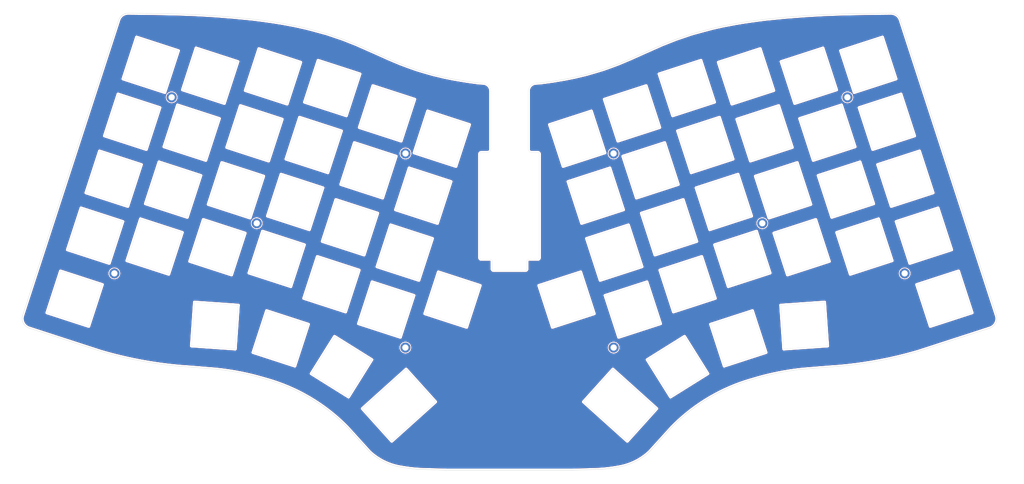
<source format=kicad_pcb>
(kicad_pcb (version 20211014) (generator pcbnew)
  (layers (0 "F.Cu" signal) (31 "B.Cu" signal) (34 "B.Paste" user) (35 "F.Paste" user) (36 "B.SilkS" user "B.Silkscreen") (37 "F.SilkS" user "F.Silkscreen") (38 "B.Mask" user) (39 "F.Mask" user) (44 "Edge.Cuts" user))
  (net 0 "")
  (footprint "" (layer "F.Cu") (at 344.943026 140.086066 18)
    (fp_text reference "" (at 0 0 18) (layer "F.SilkS") (effects (font (size 1.27 1.27))))
    (fp_text value "" (at 0 0 18) (layer "F.SilkS") (effects (font (size 1.27 1.27))))
    (pad "" thru_hole circle locked (at 0 0 306) (size 3.2 3.2) (drill 2) (layers *.Cu *.Mask "Dwgs.User") (clearance 0.3))
  )
  (footprint "" (layer "F.Cu") (at 299.700822 124.139077 18)
    (fp_text reference "" (at 0 0 18) (layer "F.SilkS") (effects (font (size 1.27 1.27))))
    (fp_text value "" (at 0 0 18) (layer "F.SilkS") (effects (font (size 1.27 1.27))))
    (pad "" thru_hole circle locked (at 0 0 306) (size 3.2 3.2) (drill 2) (layers *.Cu *.Mask "Dwgs.User") (clearance 0.3))
  )
  (footprint "" (layer "F.Cu") (at 252.427868 101.942074 18)
    (fp_text reference "" (at 0 0 18) (layer "F.SilkS") (effects (font (size 1.27 1.27))))
    (fp_text value "" (at 0 0 18) (layer "F.SilkS") (effects (font (size 1.27 1.27))))
    (pad "" thru_hole circle locked (at 0 0 306) (size 3.2 3.2) (drill 2) (layers *.Cu *.Mask "Dwgs.User") (clearance 0.3))
  )
  (footprint "" (layer "F.Cu") (at 252.461127 163.69153 18)
    (fp_text reference "" (at 0 0 18) (layer "F.SilkS") (effects (font (size 1.27 1.27))))
    (fp_text value "" (at 0 0 18) (layer "F.SilkS") (effects (font (size 1.27 1.27))))
    (pad "" thru_hole circle locked (at 0 0 306) (size 3.2 3.2) (drill 2) (layers *.Cu *.Mask "Dwgs.User") (clearance 0.3))
  )
  (footprint "" (layer "F.Cu") (at 326.743082 84.072406 18)
    (fp_text reference "" (at 0 0 18) (layer "F.SilkS") (effects (font (size 1.27 1.27))))
    (fp_text value "" (at 0 0 18) (layer "F.SilkS") (effects (font (size 1.27 1.27))))
    (pad "" thru_hole circle locked (at 0 0 306) (size 3.2 3.2) (drill 2) (layers *.Cu *.Mask "Dwgs.User") (clearance 0.3))
  )
  (footprint "" (layer "B.Cu") (at 139.034094 124.139077 162)
    (fp_text reference "" (at 0 0 162) (layer "B.SilkS") (effects (font (size 1.27 1.27)) (justify mirror)))
    (fp_text value "" (at 0 0 162) (layer "B.SilkS") (effects (font (size 1.27 1.27)) (justify mirror)))
    (pad "" thru_hole circle locked (at 0 0 90) (size 3.2 3.2) (drill 2) (layers *.Cu *.Mask "Dwgs.User") (clearance 0.3))
  )
  (footprint "" (layer "B.Cu") (at 186.273789 163.69153 162)
    (fp_text reference "" (at 0 0 162) (layer "B.SilkS") (effects (font (size 1.27 1.27)) (justify mirror)))
    (fp_text value "" (at 0 0 162) (layer "B.SilkS") (effects (font (size 1.27 1.27)) (justify mirror)))
    (pad "" thru_hole circle locked (at 0 0 90) (size 3.2 3.2) (drill 2) (layers *.Cu *.Mask "Dwgs.User") (clearance 0.3))
  )
  (footprint "" (layer "B.Cu") (at 111.991834 84.072406 162)
    (fp_text reference "" (at 0 0 162) (layer "B.SilkS") (effects (font (size 1.27 1.27)) (justify mirror)))
    (fp_text value "" (at 0 0 162) (layer "B.SilkS") (effects (font (size 1.27 1.27)) (justify mirror)))
    (pad "" thru_hole circle locked (at 0 0 90) (size 3.2 3.2) (drill 2) (layers *.Cu *.Mask "Dwgs.User") (clearance 0.3))
  )
  (footprint "" (layer "B.Cu") (at 186.307048 101.942074 162)
    (fp_text reference "" (at 0 0 162) (layer "B.SilkS") (effects (font (size 1.27 1.27)) (justify mirror)))
    (fp_text value "" (at 0 0 162) (layer "B.SilkS") (effects (font (size 1.27 1.27)) (justify mirror)))
    (pad "" thru_hole circle locked (at 0 0 90) (size 3.2 3.2) (drill 2) (layers *.Cu *.Mask "Dwgs.User") (clearance 0.3))
  )
  (footprint "" (layer "B.Cu") (at 93.79189 140.086066 162)
    (fp_text reference "" (at 0 0 162) (layer "B.SilkS") (effects (font (size 1.27 1.27)) (justify mirror)))
    (fp_text value "" (at 0 0 162) (layer "B.SilkS") (effects (font (size 1.27 1.27)) (justify mirror)))
    (pad "" thru_hole circle locked (at 0 0 90) (size 3.2 3.2) (drill 2) (layers *.Cu *.Mask "Dwgs.User") (clearance 0.3))
  )
  (gr_line (start 137.835718 165.255013) (end 151.150509 169.581252) (layer "Edge.Cuts") (width 0.05))
  (gr_line (start 171.365761 156.092523) (end 184.680552 160.418762) (layer "Edge.Cuts") (width 0.05))
  (gr_line (start 272.323562 65.617683) (end 277.344308 63.908554) (layer "Edge.Cuts") (width 0.099999))
  (gr_line (start 115.418801 81.696356) (end 128.733592 86.022595) (layer "Edge.Cuts") (width 0.05))
  (gr_line (start 121.286281 108.943057) (end 107.971489 104.616817) (layer "Edge.Cuts") (width 0.05))
  (gr_line (start 265.577282 134.240742) (end 278.892073 129.914503) (layer "Edge.Cuts") (width 0.05))
  (gr_line (start 171.597099 139.043575) (end 158.282307 134.717335) (layer "Edge.Cuts") (width 0.05))
  (gr_line (start 119.549357 57.799238) (end 125.509688 58.144874) (layer "Edge.Cuts") (width 0.099999))
  (gr_line (start 199.307797 202.675942) (end 191.179794 202.421941) (layer "Edge.Cuts") (width 0.1))
  (gr_line (start 96.496981 123.589589) (end 83.182189 119.263349) (layer "Edge.Cuts") (width 0.05))
  (gr_line (start 300.937768 59.230864) (end 307.142621 58.622085) (layer "Edge.Cuts") (width 0.099999))
  (gr_line (start 226.367458 101.601893) (end 228.367458 101.601893) (layer "Edge.Cuts") (width 0.05))
  (gr_line (start 168.540976 66.458284) (end 170.6706 67.298888) (layer "Edge.Cuts") (width 0.099999))
  (gr_line (start 213.367458 82.101893) (end 213.367458 100.601893) (layer "Edge.Cuts") (width 0.05))
  (gr_line (start 111.073272 140.375474) (end 115.399509 127.060682) (layer "Edge.Cuts") (width 0.05))
  (gr_line (start 186.514455 170.542133) (end 195.882283 180.946161) (layer "Edge.Cuts") (width 0.05))
  (gr_line (start 266.163716 183.096694) (end 256.795888 193.500722) (layer "Edge.Cuts") (width 0.05))
  (gr_line (start 85.653823 156.953835) (end 89.98006 143.639043) (layer "Edge.Cuts") (width 0.05))
  (gr_line (start 341.408118 57.438745) (end 341.814519 57.591149) (layer "Edge.Cuts") (width 0.099999))
  (gr_line (start 71.463224 159.01361) (end 89.580851 164.900387) (layer "Edge.Cuts") (width 0.1))
  (gr_line (start 183.370646 102.80832) (end 170.055854 98.48208) (layer "Edge.Cuts") (width 0.05))
  (gr_line (start 297.863824 126.656446) (end 284.549032 130.982686) (layer "Edge.Cuts") (width 0.05))
  (gr_arc (start 228.367458 101.601893) (mid 228.721016 101.748335) (end 228.867458 102.101893) (layer "Edge.Cuts") (width 0.05))
  (gr_line (start 108.270528 87.354334) (end 94.955736 83.028094) (layer "Edge.Cuts") (width 0.05))
  (gr_line (start 66.735901 157.477611) (end 71.463224 159.01361) (layer "Edge.Cuts") (width 0.1))
  (gr_line (start 305.531385 150.191612) (end 319.497282 149.215021) (layer "Edge.Cuts") (width 0.05))
  (gr_line (start 102.383753 105.471964) (end 89.068961 101.145724) (layer "Edge.Cuts") (width 0.05))
  (gr_line (start 95.447221 58.911945) (end 95.650376 58.607143) (layer "Edge.Cuts") (width 0.099999))
  (gr_line (start 274.983543 160.117208) (end 282.402413 171.989882) (layer "Edge.Cuts") (width 0.05))
  (gr_line (start 257.156147 124.660105) (end 243.841355 128.986345) (layer "Edge.Cuts") (width 0.05))
  (gr_line (start 83.182189 119.263349) (end 78.855953 132.578142) (layer "Edge.Cuts") (width 0.05))
  (gr_arc (start 349.154065 164.900387) (mid 336.541435 167.91698) (end 323.690653 169.659293) (layer "Edge.Cuts") (width 0.1))
  (gr_line (start 125.509688 58.144874) (end 131.592295 58.622085) (layer "Edge.Cuts") (width 0.099999))
  (gr_line (start 325.023616 57.585163) (end 333.150802 57.414237) (layer "Edge.Cuts") (width 0.099999))
  (gr_line (start 122.047053 122.943787) (end 117.720817 136.25858) (layer "Edge.Cuts") (width 0.05))
  (gr_line (start 313.225228 58.144874) (end 319.185559 57.799238) (layer "Edge.Cuts") (width 0.099999))
  (gr_line (start 267.137817 139.043575) (end 271.464054 152.358367) (layer "Edge.Cuts") (width 0.05))
  (gr_line (start 113.7113 57.585163) (end 119.549357 57.799238) (layer "Edge.Cuts") (width 0.099999))
  (gr_line (start 366.395884 152.627596) (end 362.069648 139.312803) (layer "Edge.Cuts") (width 0.05))
  (gr_line (start 158.282307 134.717335) (end 153.956071 148.032128) (layer "Edge.Cuts") (width 0.05))
  (gr_line (start 300.899198 165.255013) (end 296.572962 151.94022) (layer "Edge.Cuts") (width 0.05))
  (gr_line (start 304.914316 86.708532) (end 291.599524 91.034772) (layer "Edge.Cuts") (width 0.05))
  (gr_line (start 272.775485 94.747431) (end 277.101722 108.062223) (layer "Edge.Cuts") (width 0.05))
  (gr_line (start 148.318403 103.735984) (end 161.633194 108.062223) (layer "Edge.Cuts") (width 0.05))
  (gr_line (start 236.394044 106.065883) (end 249.708835 101.739644) (layer "Edge.Cuts") (width 0.05))
  (gr_line (start 90.6295 96.342887) (end 103.944291 100.669126) (layer "Edge.Cuts") (width 0.05))
  (gr_line (start 237.95458 110.868715) (end 242.280817 124.183507) (layer "Edge.Cuts") (width 0.05))
  (gr_line (start 299.027543 68.590908) (end 285.712751 72.917148) (layer "Edge.Cuts") (width 0.05))
  (gr_line (start 209.867458 135.105893) (end 209.867458 102.101893) (layer "Edge.Cuts") (width 0.05))
  (gr_line (start 161.633194 108.062223) (end 165.959431 94.747431) (layer "Edge.Cuts") (width 0.05))
  (gr_line (start 317.448635 108.943057) (end 321.774872 122.257849) (layer "Edge.Cuts") (width 0.05))
  (gr_line (start 284.52974 85.61836) (end 280.203504 72.303567) (layer "Edge.Cuts") (width 0.05))
  (gr_line (start 167.519967 89.944599) (end 171.846204 76.629807) (layer "Edge.Cuts") (width 0.05))
  (gr_line (start 342.237935 123.589589) (end 346.564172 136.904381) (layer "Edge.Cuts") (width 0.05))
  (gr_line (start 330.763427 104.616817) (end 317.448635 108.943057) (layer "Edge.Cuts") (width 0.05))
  (gr_line (start 295.925761 104.349564) (end 309.240552 100.023325) (layer "Edge.Cuts") (width 0.05))
  (gr_line (start 311.56186 90.825427) (end 315.888097 104.140219) (layer "Edge.Cuts") (width 0.05))
  (gr_line (start 153.956071 148.032128) (end 167.270862 152.358367) (layer "Edge.Cuts") (width 0.05))
  (gr_line (start 246.777352 75.958731) (end 249.165457 75.235741) (layer "Edge.Cuts") (width 0.099999))
  (gr_line (start 147.135392 91.034772) (end 133.8206 86.708532) (layer "Edge.Cuts") (width 0.05))
  (gr_line (start 323.335407 127.060682) (end 327.661644 140.375474) (layer "Edge.Cuts") (width 0.05))
  (gr_line (start 257.810883 71.868678) (end 261.81165 70.069869) (layer "Edge.Cuts") (width 0.099999))
  (gr_line (start 297.486299 109.152402) (end 301.812536 122.467194) (layer "Edge.Cuts") (width 0.05))
  (gr_line (start 306.507976 164.157509) (end 305.531385 150.191612) (layer "Edge.Cuts") (width 0.05))
  (gr_line (start 251.269372 106.542475) (end 237.95458 110.868715) (layer "Edge.Cuts") (width 0.05))
  (gr_line (start 290.416513 103.735984) (end 286.090277 90.421191) (layer "Edge.Cuts") (width 0.05))
  (gr_line (start 328.903852 82.551502) (end 342.218643 78.225263) (layer "Edge.Cuts") (width 0.05))
  (gr_line (start 140.871092 126.656446) (end 136.544856 139.971239) (layer "Edge.Cuts") (width 0.05))
  (gr_line (start 327.661644 140.375474) (end 340.976435 136.049235) (layer "Edge.Cuts") (width 0.05))
  (gr_line (start 127.933825 104.826162) (end 123.607589 118.140955) (layer "Edge.Cuts") (width 0.05))
  (gr_line (start 342.220924 57.794343) (end 342.576546 58.048343) (layer "Edge.Cuts") (width 0.099999))
  (gr_line (start 298.154948 59.587078) (end 300.937768 59.230864) (layer "Edge.Cuts") (width 0.099999))
  (gr_line (start 107.971489 104.616817) (end 103.645253 117.93161) (layer "Edge.Cuts") (width 0.05))
  (gr_line (start 192.426774 152.920484) (end 205.741565 157.246723) (layer "Edge.Cuts") (width 0.05))
  (gr_line (start 147.278544 60.595215) (end 151.44344 61.383359) (layer "Edge.Cuts") (width 0.099999))
  (gr_line (start 175.691997 142.77773) (end 171.365761 156.092523) (layer "Edge.Cuts") (width 0.05))
  (gr_line (start 252.220461 170.542133) (end 266.163716 183.096694) (layer "Edge.Cuts") (width 0.05))
  (gr_line (start 131.592295 58.622085) (end 137.797148 59.230864) (layer "Edge.Cuts") (width 0.099999))
  (gr_line (start 205.741565 157.246723) (end 210.067802 143.931931) (layer "Edge.Cuts") (width 0.05))
  (gr_line (start 353.081093 156.953835) (end 366.395884 152.627596) (layer "Edge.Cuts") (width 0.05))
  (gr_arc (start 224.915458 136.105893) (mid 225.061914 135.752349) (end 225.415458 135.605893) (layer "Edge.Cuts") (width 0.05))
  (gr_line (start 97.758481 136.049235) (end 111.073272 140.375474) (layer "Edge.Cuts") (width 0.05))
  (gr_line (start 261.482383 137.974898) (end 257.156147 124.660105) (layer "Edge.Cuts") (width 0.05))
  (gr_line (start 248.167592 142.301137) (end 261.482383 137.974898) (layer "Edge.Cuts") (width 0.05))
  (gr_line (start 239.427119 202.675942) (end 230.537121 202.675941) (layer "Edge.Cuts") (width 0.1))
  (gr_line (start 340.976435 136.049235) (end 336.650199 122.734442) (layer "Edge.Cuts") (width 0.05))
  (gr_line (start 95.650376 58.607143) (end 95.904405 58.302349) (layer "Edge.Cuts") (width 0.099999))
  (gr_line (start 89.98006 143.639043) (end 76.665268 139.312803) (layer "Edge.Cuts") (width 0.05))
  (gr_line (start 201.909371 78.357015) (end 205.825108 79.008943) (layer "Edge.Cuts") (width 0.099999))
  (gr_arc (start 191.179794 202.421941) (mid 188.000927 202.149783) (end 184.846392 201.672102) (layer "Edge.Cuts") (width 0.1))
  (gr_line (start 123.607589 118.140955) (end 136.92238 122.467194) (layer "Edge.Cuts") (width 0.05))
  (gr_line (start 103.944291 100.669126) (end 108.270528 87.354334) (layer "Edge.Cuts") (width 0.05))
  (gr_line (start 144.246549 60.10278) (end 147.278544 60.595215) (layer "Edge.Cuts") (width 0.099999))
  (gr_arc (start 115.044263 169.659293) (mid 102.193481 167.91698) (end 89.580851 164.900387) (layer "Edge.Cuts") (width 0.1))
  (gr_line (start 136.544856 139.971239) (end 149.859647 144.297478) (layer "Edge.Cuts") (width 0.05))
  (gr_line (start 267.118525 93.679249) (end 262.792289 80.364456) (layer "Edge.Cuts") (width 0.05))
  (gr_line (start 225.367458 100.601893) (end 225.367458 82.101893) (layer "Edge.Cuts") (width 0.05))
  (gr_line (start 181.939028 193.500722) (end 172.5712 183.096694) (layer "Edge.Cuts") (width 0.05))
  (gr_line (start 100.629754 57.359658) (end 105.584114 57.414237) (layer "Edge.Cuts") (width 0.099999))
  (gr_line (start 148.695928 86.23194) (end 153.022165 72.917148) (layer "Edge.Cuts") (width 0.05))
  (gr_line (start 142.809155 104.349564) (end 147.135392 91.034772) (layer "Edge.Cuts") (width 0.05))
  (gr_line (start 294.488367 60.10278) (end 298.154948 59.587078) (layer "Edge.Cuts") (width 0.099999))
  (gr_line (start 367.271692 159.01361) (end 371.999015 157.477611) (layer "Edge.Cuts") (width 0.1))
  (gr_line (start 349.665955 101.145724) (end 336.351163 105.471964) (layer "Edge.Cuts") (width 0.05))
  (gr_line (start 115.044263 169.659293) (end 118.219438 169.883979) (layer "Edge.Cuts") (width 0.099999))
  (gr_line (start 283.25817 156.26646) (end 287.584407 169.581252) (layer "Edge.Cuts") (width 0.05))
  (gr_line (start 305.675087 72.707803) (end 310.001324 86.022595) (layer "Edge.Cuts") (width 0.05))
  (gr_line (start 89.068961 101.145724) (end 84.742725 114.460517) (layer "Edge.Cuts") (width 0.05))
  (gr_line (start 171.846204 76.629807) (end 158.531412 72.303567) (layer "Edge.Cuts") (width 0.05))
  (gr_line (start 161.390608 63.908554) (end 166.411354 65.617683) (layer "Edge.Cuts") (width 0.099999))
  (gr_line (start 154.846884 62.143583) (end 157.615744 62.880539) (layer "Edge.Cuts") (width 0.099999))
  (gr_line (start 183.139308 119.857268) (end 196.454099 124.183507) (layer "Edge.Cuts") (width 0.05))
  (gr_line (start 254.054364 160.418762) (end 267.369155 156.092523) (layer "Edge.Cuts") (width 0.05))
  (gr_line (start 366.987227 131.68725) (end 374.070493 153.487302) (layer "Edge.Cuts") (width 0.1))
  (gr_line (start 243.841355 128.986345) (end 248.167592 142.301137) (layer "Edge.Cuts") (width 0.05))
  (gr_line (start 284.549032 130.982686) (end 288.875269 144.297478) (layer "Edge.Cuts") (width 0.05))
  (gr_line (start 321.774872 122.257849) (end 335.089663 117.93161) (layer "Edge.Cuts") (width 0.05))
  (gr_line (start 155.746419 126.179853) (end 160.072656 112.865061) (layer "Edge.Cuts") (width 0.05))
  (gr_line (start 315.127327 118.140955) (end 310.801091 104.826162) (layer "Edge.Cuts") (width 0.05))
  (gr_line (start 189.257419 84.690696) (end 175.942627 80.364456) (layer "Edge.Cuts") (width 0.05))
  (gr_line (start 241.981906 139.605691) (end 228.667114 143.931931) (layer "Edge.Cuts") (width 0.05))
  (gr_line (start 176.923266 70.069869) (end 180.924033 71.868678) (layer "Edge.Cuts") (width 0.099999))
  (gr_line (start 100.842509 64.91047) (end 96.516273 78.225263) (layer "Edge.Cuts") (width 0.05))
  (gr_line (start 349.154065 164.900387) (end 367.271692 159.01361) (layer "Edge.Cuts") (width 0.1))
  (gr_line (start 141.248617 109.152402) (end 127.933825 104.826162) (layer "Edge.Cuts") (width 0.05))
  (gr_line (start 362.069648 139.312803) (end 348.754856 143.639043) (layer "Edge.Cuts") (width 0.05))
  (gr_line (start 196.454099 124.183507) (end 200.780336 110.868715) (layer "Edge.Cuts") (width 0.05))
  (gr_line (start 209.618601 79.529297) (end 210.867458 79.601893) (layer "Edge.Cuts") (width 0.099999))
  (gr_arc (start 214.319458 139.161893) (mid 213.965914 139.015437) (end 213.819458 138.661893) (layer "Edge.Cuts") (width 0.05))
  (gr_line (start 256.795888 193.500722) (end 242.852633 180.946161) (layer "Edge.Cuts") (width 0.05))
  (gr_line (start 342.830511 58.302349) (end 343.08454 58.607143) (layer "Edge.Cuts") (width 0.099999))
  (gr_line (start 286.090277 90.421191) (end 272.775485 94.747431) (layer "Edge.Cuts") (width 0.05))
  (gr_line (start 343.08454 58.607143) (end 343.287695 58.911945) (layer "Edge.Cuts") (width 0.099999))
  (gr_line (start 152.644639 90.421191) (end 148.318403 103.735984) (layer "Edge.Cuts") (width 0.05))
  (gr_line (start 171.616391 93.679249) (end 184.931182 98.005488) (layer "Edge.Cuts") (width 0.05))
  (gr_line (start 265.563242 68.407279) (end 268.064316 67.298888) (layer "Edge.Cuts") (width 0.099999))
  (gr_line (start 291.456372 60.595215) (end 294.488367 60.10278) (layer "Edge.Cuts") (width 0.099999))
  (gr_line (start 175.942627 80.364456) (end 171.616391 93.679249) (layer "Edge.Cuts") (width 0.05))
  (gr_line (start 333.150802 57.414237) (end 338.105162 57.359658) (layer "Edge.Cuts") (width 0.099999))
  (gr_arc (start 210.367458 135.605893) (mid 210.013914 135.459437) (end 209.867458 135.105893) (layer "Edge.Cuts") (width 0.05))
  (gr_arc (start 374.070493 153.487302) (mid 373.872108 155.91714) (end 371.999015 157.477611) (layer "Edge.Cuts") (width 0.1))
  (gr_line (start 255.595608 119.857268) (end 251.269372 106.542475) (layer "Edge.Cuts") (width 0.05))
  (gr_line (start 208.197795 202.675941) (end 199.307797 202.675942) (layer "Edge.Cuts") (width 0.1))
  (gr_line (start 336.351163 105.471964) (end 340.6774 118.786756) (layer "Edge.Cuts") (width 0.05))
  (gr_line (start 156.332503 171.989882) (end 163.751373 160.117208) (layer "Edge.Cuts") (width 0.05))
  (gr_line (start 129.494364 100.023325) (end 142.809155 104.349564) (layer "Edge.Cuts") (width 0.05))
  (gr_line (start 278.66226 112.865061) (end 282.988497 126.179853) (layer "Edge.Cuts") (width 0.05))
  (gr_line (start 133.203531 150.191612) (end 132.22694 164.157509) (layer "Edge.Cuts") (width 0.05))
  (gr_line (start 113.858264 86.499187) (end 109.532028 99.81398) (layer "Edge.Cuts") (width 0.05))
  (gr_line (start 270.529739 179.408752) (end 263.110869 167.536078) (layer "Edge.Cuts") (width 0.05))
  (gr_line (start 142.431628 121.853614) (end 155.746419 126.179853) (layer "Edge.Cuts") (width 0.05))
  (gr_line (start 198.755114 77.733012) (end 201.909371 78.357015) (layer "Edge.Cuts") (width 0.099999))
  (gr_line (start 96.15837 58.048343) (end 96.513992 57.794343) (layer "Edge.Cuts") (width 0.099999))
  (gr_line (start 307.699308 140.584819) (end 321.014099 136.25858) (layer "Edge.Cuts") (width 0.05))
  (gr_line (start 128.733592 86.022595) (end 133.059829 72.707803) (layer "Edge.Cuts") (width 0.05))
  (gr_line (start 125.966266 170.521294) (end 118.219438 169.883979) (layer "Edge.Cuts") (width 0.1))
  (gr_line (start 78.855953 132.578142) (end 92.170744 136.904381) (layer "Edge.Cuts") (width 0.05))
  (gr_line (start 348.754856 143.639043) (end 353.081093 156.953835) (layer "Edge.Cuts") (width 0.05))
  (gr_arc (start 253.888524 201.672102) (mid 250.733989 202.149783) (end 247.555122 202.421941) (layer "Edge.Cuts") (width 0.1))
  (gr_line (start 84.742725 114.460517) (end 98.057516 118.786756) (layer "Edge.Cuts") (width 0.05))
  (gr_line (start 236.825545 78.357015) (end 239.979802 77.733012) (layer "Edge.Cuts") (width 0.099999))
  (gr_line (start 96.513992 57.794343) (end 96.920397 57.591149) (layer "Edge.Cuts") (width 0.099999))
  (gr_line (start 117.720817 136.25858) (end 131.035608 140.584819) (layer "Edge.Cuts") (width 0.05))
  (gr_line (start 116.960044 122.257849) (end 121.286281 108.943057) (layer "Edge.Cuts") (width 0.05))
  (gr_line (start 191.957564 75.958731) (end 194.975599 76.83191) (layer "Edge.Cuts") (width 0.099999))
  (gr_line (start 278.892073 129.914503) (end 274.565837 116.59971) (layer "Edge.Cuts") (width 0.05))
  (gr_line (start 281.119172 62.880539) (end 283.888032 62.143583) (layer "Edge.Cuts") (width 0.099999))
  (gr_line (start 343.77918 83.028094) (end 330.464388 87.354334) (layer "Edge.Cuts") (width 0.05))
  (gr_line (start 92.170744 136.904381) (end 96.496981 123.589589) (layer "Edge.Cuts") (width 0.05))
  (gr_line (start 97.326798 57.438745) (end 97.936387 57.337143) (layer "Edge.Cuts") (width 0.099999))
  (gr_line (start 343.287695 58.911945) (end 343.440131 59.216744) (layer "Edge.Cuts") (width 0.099999))
  (gr_arc (start 209.867458 102.101893) (mid 210.013899 101.748326) (end 210.367458 101.601893) (layer "Edge.Cuts") (width 0.05))
  (gr_line (start 210.067802 143.931931) (end 196.75301 139.605691) (layer "Edge.Cuts") (width 0.05))
  (gr_line (start 268.064316 67.298888) (end 270.19394 66.458284) (layer "Edge.Cuts") (width 0.099999))
  (gr_line (start 291.599524 91.034772) (end 295.925761 104.349564) (layer "Edge.Cuts") (width 0.05))
  (gr_line (start 157.615744 62.880539) (end 161.390608 63.908554) (layer "Edge.Cuts") (width 0.099999))
  (gr_arc (start 296.894079 173.696633) (mid 304.754581 171.725096) (end 312.76865 170.521294) (layer "Edge.Cuts") (width 0.1))
  (gr_arc (start 66.735901 157.477611) (mid 64.862791 155.917158) (end 64.664423 153.487302) (layer "Edge.Cuts") (width 0.1))
  (gr_line (start 224.415458 139.161893) (end 214.319458 139.161893) (layer "Edge.Cuts") (width 0.05))
  (gr_line (start 151.150509 169.581252) (end 155.476746 156.26646) (layer "Edge.Cuts") (width 0.05))
  (gr_line (start 202.340872 106.065883) (end 206.667109 92.751091) (layer "Edge.Cuts") (width 0.05))
  (gr_line (start 76.665268 139.312803) (end 72.339032 152.627596) (layer "Edge.Cuts") (width 0.05))
  (gr_line (start 303.373071 127.270027) (end 307.699308 140.584819) (layer "Edge.Cuts") (width 0.05))
  (gr_line (start 158.531412 72.303567) (end 154.205176 85.61836) (layer "Edge.Cuts") (width 0.05))
  (gr_line (start 179.044409 116.123112) (end 183.370646 102.80832) (layer "Edge.Cuts") (width 0.05))
  (gr_line (start 271.214949 89.944599) (end 284.52974 85.61836) (layer "Edge.Cuts") (width 0.05))
  (gr_line (start 287.291476 61.383359) (end 291.456372 60.595215) (layer "Edge.Cuts") (width 0.099999))
  (gr_line (start 168.205177 179.408752) (end 156.332503 171.989882) (layer "Edge.Cuts") (width 0.05))
  (gr_line (start 139.707373 68.590908) (end 135.381137 81.905701) (layer "Edge.Cuts") (width 0.05))
  (gr_line (start 290.038988 86.23194) (end 303.353779 81.905701) (layer "Edge.Cuts") (width 0.05))
  (gr_line (start 187.465544 106.542475) (end 183.139308 119.857268) (layer "Edge.Cuts") (width 0.05))
  (gr_line (start 102.084717 122.734442) (end 97.758481 136.049235) (layer "Edge.Cuts") (width 0.05))
  (gr_line (start 153.022165 72.917148) (end 139.707373 68.590908) (layer "Edge.Cuts") (width 0.05))
  (gr_line (start 160.072656 112.865061) (end 146.757864 108.538821) (layer "Edge.Cuts") (width 0.05))
  (gr_line (start 213.819458 138.661893) (end 213.819458 136.105893) (layer "Edge.Cuts") (width 0.05))
  (gr_arc (start 210.867458 79.601893) (mid 212.635229 80.334122) (end 213.367458 82.101893) (layer "Edge.Cuts") (width 0.05))
  (gr_line (start 321.014099 136.25858) (end 316.687863 122.943787) (layer "Edge.Cuts") (width 0.05))
  (gr_line (start 96.920397 57.591149) (end 97.326798 57.438745) (layer "Edge.Cuts") (width 0.099999))
  (gr_line (start 127.173056 90.825427) (end 113.858264 86.499187) (layer "Edge.Cuts") (width 0.05))
  (gr_line (start 303.353779 81.905701) (end 299.027543 68.590908) (layer "Edge.Cuts") (width 0.05))
  (gr_line (start 330.464388 87.354334) (end 334.790625 100.669126) (layer "Edge.Cuts") (width 0.05))
  (gr_line (start 341.814519 57.591149) (end 342.220924 57.794343) (layer "Edge.Cuts") (width 0.099999))
  (gr_line (start 291.977052 108.538821) (end 278.66226 112.865061) (layer "Edge.Cuts") (width 0.05))
  (gr_line (start 340.6774 118.786756) (end 353.992191 114.460517) (layer "Edge.Cuts") (width 0.05))
  (gr_line (start 232.067807 92.751091) (end 236.394044 106.065883) (layer "Edge.Cuts") (width 0.05))
  (gr_line (start 245.382599 88.424851) (end 232.067807 92.751091) (layer "Edge.Cuts") (width 0.05))
  (gr_line (start 219.367458 202.675942) (end 208.197795 202.675941) (layer "Edge.Cuts") (width 0.1))
  (gr_line (start 96.516273 78.225263) (end 109.831064 82.551502) (layer "Edge.Cuts") (width 0.05))
  (gr_line (start 224.915458 136.105893) (end 224.915458 138.661893) (layer "Edge.Cuts") (width 0.05))
  (gr_line (start 193.352317 88.424851) (end 189.026081 101.739644) (layer "Edge.Cuts") (width 0.05))
  (gr_line (start 97.936387 57.337143) (end 100.629754 57.359658) (layer "Edge.Cuts") (width 0.099999))
  (gr_line (start 271.464054 152.358367) (end 284.778845 148.032128) (layer "Edge.Cuts") (width 0.05))
  (gr_line (start 184.680552 160.418762) (end 189.006789 147.10397) (layer "Edge.Cuts") (width 0.05))
  (gr_line (start 132.22694 164.157509) (end 118.261043 163.180918) (layer "Edge.Cuts") (width 0.05))
  (gr_line (start 310.801091 104.826162) (end 297.486299 109.152402) (layer "Edge.Cuts") (width 0.05))
  (gr_line (start 263.042919 142.77773) (end 249.728127 147.10397) (layer "Edge.Cuts") (width 0.05))
  (gr_line (start 172.5712 183.096694) (end 186.514455 170.542133) (layer "Edge.Cuts") (width 0.05))
  (gr_line (start 338.105162 57.359658) (end 340.798529 57.337143) (layer "Edge.Cuts") (width 0.099999))
  (gr_line (start 146.757864 108.538821) (end 142.431628 121.853614) (layer "Edge.Cuts") (width 0.05))
  (gr_line (start 243.759317 76.83191) (end 246.777352 75.958731) (layer "Edge.Cuts") (width 0.099999))
  (gr_line (start 261.251045 120.92595) (end 265.577282 134.240742) (layer "Edge.Cuts") (width 0.05))
  (gr_line (start 64.664423 153.487302) (end 71.747689 131.68725) (layer "Edge.Cuts") (width 0.1))
  (gr_line (start 98.057516 118.786756) (end 102.383753 105.471964) (layer "Edge.Cuts") (width 0.05))
  (gr_arc (start 141.840837 173.696633) (mid 155.879894 179.648254) (end 167.876468 189.060966) (layer "Edge.Cuts") (width 0.1))
  (gr_line (start 239.979802 77.733012) (end 243.759317 76.83191) (layer "Edge.Cuts") (width 0.099999))
  (gr_line (start 133.059829 72.707803) (end 119.745037 68.381563) (layer "Edge.Cuts") (width 0.05))
  (gr_line (start 277.101722 108.062223) (end 290.416513 103.735984) (layer "Edge.Cuts") (width 0.05))
  (gr_line (start 140.579968 59.587078) (end 144.246549 60.10278) (layer "Edge.Cuts") (width 0.099999))
  (gr_line (start 180.924033 71.868678) (end 184.553368 73.399699) (layer "Edge.Cuts") (width 0.099999))
  (gr_line (start 72.339032 152.627596) (end 85.653823 156.953835) (layer "Edge.Cuts") (width 0.05))
  (gr_line (start 296.572962 151.94022) (end 283.25817 156.26646) (layer "Edge.Cuts") (width 0.05))
  (gr_line (start 165.959431 94.747431) (end 152.644639 90.421191) (layer "Edge.Cuts") (width 0.05))
  (gr_line (start 246.308142 152.920484) (end 241.981906 139.605691) (layer "Edge.Cuts") (width 0.05))
  (gr_line (start 133.8206 86.708532) (end 129.494364 100.023325) (layer "Edge.Cuts") (width 0.05))
  (gr_line (start 164.169079 116.59971) (end 159.842843 129.914503) (layer "Edge.Cuts") (width 0.05))
  (gr_line (start 170.055854 98.48208) (end 165.729618 111.796873) (layer "Edge.Cuts") (width 0.05))
  (gr_line (start 109.532028 99.81398) (end 122.846819 104.140219) (layer "Edge.Cuts") (width 0.05))
  (gr_line (start 95.904405 58.302349) (end 96.15837 58.048343) (layer "Edge.Cuts") (width 0.099999))
  (gr_line (start 273.005298 111.796873) (end 268.679062 98.48208) (layer "Edge.Cuts") (width 0.05))
  (gr_arc (start 225.367458 82.101893) (mid 226.099686 80.334113) (end 227.867458 79.601893) (layer "Edge.Cuts") (width 0.05))
  (gr_line (start 177.252533 137.974898) (end 190.567324 142.301137) (layer "Edge.Cuts") (width 0.05))
  (gr_line (start 343.440131 59.216744) (end 366.987227 131.68725) (layer "Edge.Cuts") (width 0.1))
  (gr_line (start 71.747689 131.68725) (end 95.294785 59.216744) (layer "Edge.Cuts") (width 0.1))
  (gr_line (start 337.892407 64.91047) (end 324.577615 69.23671) (layer "Edge.Cuts") (width 0.05))
  (gr_line (start 329.202888 99.81398) (end 324.876652 86.499187) (layer "Edge.Cuts") (width 0.05))
  (gr_line (start 196.75301 139.605691) (end 192.426774 152.920484) (layer "Edge.Cuts") (width 0.05))
  (gr_line (start 320.515478 169.883979) (end 323.690653 169.659293) (layer "Edge.Cuts") (width 0.099999))
  (gr_line (start 301.812536 122.467194) (end 315.127327 118.140955) (layer "Edge.Cuts") (width 0.05))
  (gr_line (start 190.567324 142.301137) (end 194.893561 128.986345) (layer "Edge.Cuts") (width 0.05))
  (gr_line (start 282.402413 171.989882) (end 270.529739 179.408752) (layer "Edge.Cuts") (width 0.05))
  (gr_line (start 315.888097 104.140219) (end 329.202888 99.81398) (layer "Edge.Cuts") (width 0.05))
  (gr_line (start 255.36427 102.80832) (end 259.690507 116.123112) (layer "Edge.Cuts") (width 0.05))
  (gr_line (start 323.316115 81.696356) (end 318.989879 68.381563) (layer "Edge.Cuts") (width 0.05))
  (gr_line (start 189.026081 101.739644) (end 202.340872 106.065883) (layer "Edge.Cuts") (width 0.05))
  (gr_line (start 122.846819 104.140219) (end 127.173056 90.825427) (layer "Edge.Cuts") (width 0.05))
  (gr_line (start 174.940392 196.846103) (end 167.876468 189.060966) (layer "Edge.Cuts") (width 0.1))
  (gr_line (start 277.344308 63.908554) (end 281.119172 62.880539) (layer "Edge.Cuts") (width 0.099999))
  (gr_line (start 334.790625 100.669126) (end 348.105416 96.342887) (layer "Edge.Cuts") (width 0.05))
  (gr_line (start 155.476746 156.26646) (end 142.161954 151.94022) (layer "Edge.Cuts") (width 0.05))
  (gr_line (start 324.577615 69.23671) (end 328.903852 82.551502) (layer "Edge.Cuts") (width 0.05))
  (gr_line (start 288.875269 144.297478) (end 302.19006 139.971239) (layer "Edge.Cuts") (width 0.05))
  (gr_line (start 205.825108 79.008943) (end 209.618601 79.529297) (layer "Edge.Cuts") (width 0.099999))
  (gr_line (start 319.185559 57.799238) (end 325.023616 57.585163) (layer "Edge.Cuts") (width 0.099999))
  (gr_line (start 228.667114 143.931931) (end 232.993351 157.246723) (layer "Edge.Cuts") (width 0.05))
  (gr_line (start 177.483871 120.92595) (end 164.169079 116.59971) (layer "Edge.Cuts") (width 0.05))
  (gr_line (start 115.399509 127.060682) (end 102.084717 122.734442) (layer "Edge.Cuts") (width 0.05))
  (gr_line (start 249.165457 75.235741) (end 251.924995 74.244952) (layer "Edge.Cuts") (width 0.099999))
  (gr_line (start 359.878963 132.578142) (end 355.552727 119.263349) (layer "Edge.Cuts") (width 0.05))
  (gr_line (start 267.369155 156.092523) (end 263.042919 142.77773) (layer "Edge.Cuts") (width 0.05))
  (gr_line (start 136.92238 122.467194) (end 141.248617 109.152402) (layer "Edge.Cuts") (width 0.05))
  (gr_line (start 307.142621 58.622085) (end 313.225228 58.144874) (layer "Edge.Cuts") (width 0.099999))
  (gr_arc (start 228.867458 135.105893) (mid 228.721002 135.459437) (end 228.367458 135.605893) (layer "Edge.Cuts") (width 0.05))
  (gr_line (start 355.552727 119.263349) (end 342.237935 123.589589) (layer "Edge.Cuts") (width 0.05))
  (gr_line (start 166.411354 65.617683) (end 168.540976 66.458284) (layer "Edge.Cuts") (width 0.099999))
  (gr_line (start 280.203504 72.303567) (end 266.888712 76.629807) (layer "Edge.Cuts") (width 0.05))
  (gr_line (start 228.867458 102.101893) (end 228.867458 135.105893) (layer "Edge.Cuts") (width 0.05))
  (gr_line (start 318.989879 68.381563) (end 305.675087 72.707803) (layer "Edge.Cuts") (width 0.05))
  (gr_line (start 189.006789 147.10397) (end 175.691997 142.77773) (layer "Edge.Cuts") (width 0.05))
  (gr_line (start 229.116315 79.529297) (end 232.909808 79.008943) (layer "Edge.Cuts") (width 0.099999))
  (gr_line (start 210.367458 101.601893) (end 212.367458 101.601893) (layer "Edge.Cuts") (width 0.05))
  (gr_arc (start 226.367458 101.601893) (mid 225.660356 101.308996) (end 225.367458 100.601893) (layer "Edge.Cuts") (width 0.05))
  (gr_line (start 346.564172 136.904381) (end 359.878963 132.578142) (layer "Edge.Cuts") (width 0.05))
  (gr_line (start 340.798529 57.337143) (end 341.408118 57.438745) (layer "Edge.Cuts") (width 0.099999))
  (gr_line (start 287.584407 169.581252) (end 300.899198 165.255013) (layer "Edge.Cuts") (width 0.05))
  (gr_line (start 309.240552 100.023325) (end 304.914316 86.708532) (layer "Edge.Cuts") (width 0.05))
  (gr_line (start 247.555122 202.421941) (end 239.427119 202.675942) (layer "Edge.Cuts") (width 0.1))
  (gr_line (start 261.81165 70.069869) (end 265.563242 68.407279) (layer "Edge.Cuts") (width 0.099999))
  (gr_arc (start 184.846392 201.672102) (mid 179.534472 199.995833) (end 174.940392 196.846103) (layer "Edge.Cuts") (width 0.1))
  (gr_line (start 320.515478 169.883979) (end 312.76865 170.521294) (layer "Edge.Cuts") (width 0.1))
  (gr_line (start 186.809921 74.244952) (end 189.569459 75.235741) (layer "Edge.Cuts") (width 0.099999))
  (gr_line (start 242.280817 124.183507) (end 255.595608 119.857268) (layer "Edge.Cuts") (width 0.05))
  (gr_line (start 167.270862 152.358367) (end 171.597099 139.043575) (layer "Edge.Cuts") (width 0.05))
  (gr_line (start 274.565837 116.59971) (end 261.251045 120.92595) (layer "Edge.Cuts") (width 0.05))
  (gr_line (start 137.797148 59.230864) (end 140.579968 59.587078) (layer "Edge.Cuts") (width 0.099999))
  (gr_line (start 119.745037 68.381563) (end 115.418801 81.696356) (layer "Edge.Cuts") (width 0.05))
  (gr_line (start 154.205176 85.61836) (end 167.519967 89.944599) (layer "Edge.Cuts") (width 0.05))
  (gr_line (start 131.035608 140.584819) (end 135.361845 127.270027) (layer "Edge.Cuts") (width 0.05))
  (gr_line (start 335.089663 117.93161) (end 330.763427 104.616817) (layer "Edge.Cuts") (width 0.05))
  (gr_line (start 105.584114 57.414237) (end 113.7113 57.585163) (layer "Edge.Cuts") (width 0.099999))
  (gr_line (start 149.859647 144.297478) (end 154.185884 130.982686) (layer "Edge.Cuts") (width 0.05))
  (gr_line (start 142.161954 151.94022) (end 137.835718 165.255013) (layer "Edge.Cuts") (width 0.05))
  (gr_line (start 94.955736 83.028094) (end 90.6295 96.342887) (layer "Edge.Cuts") (width 0.05))
  (gr_line (start 173.171674 68.407279) (end 176.923266 70.069869) (layer "Edge.Cuts") (width 0.099999))
  (gr_line (start 227.867458 79.601893) (end 229.116315 79.529297) (layer "Edge.Cuts") (width 0.099999))
  (gr_line (start 342.576546 58.048343) (end 342.830511 58.302349) (layer "Edge.Cuts") (width 0.099999))
  (gr_arc (start 270.858448 189.060966) (mid 282.855022 179.648254) (end 296.894079 173.696633) (layer "Edge.Cuts") (width 0.1))
  (gr_line (start 163.751373 160.117208) (end 175.624047 167.536078) (layer "Edge.Cuts") (width 0.05))
  (gr_line (start 103.645253 117.93161) (end 116.960044 122.257849) (layer "Edge.Cuts") (width 0.05))
  (gr_line (start 263.110869 167.536078) (end 274.983543 160.117208) (layer "Edge.Cuts") (width 0.05))
  (gr_line (start 109.831064 82.551502) (end 114.157301 69.23671) (layer "Edge.Cuts") (width 0.05))
  (gr_line (start 95.294785 59.216744) (end 95.447221 58.911945) (layer "Edge.Cuts") (width 0.099999))
  (gr_line (start 118.261043 163.180918) (end 119.237634 149.215021) (layer "Edge.Cuts") (width 0.05))
  (gr_line (start 165.729618 111.796873) (end 179.044409 116.123112) (layer "Edge.Cuts") (width 0.05))
  (gr_line (start 213.319458 135.605893) (end 210.367458 135.605893) (layer "Edge.Cuts") (width 0.05))
  (gr_line (start 249.477497 84.690696) (end 253.803734 98.005488) (layer "Edge.Cuts") (width 0.05))
  (gr_line (start 353.992191 114.460517) (end 349.665955 101.145724) (layer "Edge.Cuts") (width 0.05))
  (gr_line (start 194.893561 128.986345) (end 181.578769 124.660105) (layer "Edge.Cuts") (width 0.05))
  (gr_line (start 232.909808 79.008943) (end 236.825545 78.357015) (layer "Edge.Cuts") (width 0.099999))
  (gr_line (start 336.650199 122.734442) (end 323.335407 127.060682) (layer "Edge.Cuts") (width 0.05))
  (gr_line (start 320.473873 163.180918) (end 306.507976 164.157509) (layer "Edge.Cuts") (width 0.05))
  (gr_line (start 175.624047 167.536078) (end 168.205177 179.408752) (layer "Edge.Cuts") (width 0.05))
  (gr_line (start 324.876652 86.499187) (end 311.56186 90.825427) (layer "Edge.Cuts") (width 0.05))
  (gr_arc (start 213.319458 135.605893) (mid 213.673002 135.752349) (end 213.819458 136.105893) (layer "Edge.Cuts") (width 0.05))
  (gr_line (start 135.361845 127.270027) (end 122.047053 122.943787) (layer "Edge.Cuts") (width 0.05))
  (gr_line (start 184.553368 73.399699) (end 186.809921 74.244952) (layer "Edge.Cuts") (width 0.099999))
  (gr_line (start 170.6706 67.298888) (end 173.171674 68.407279) (layer "Edge.Cuts") (width 0.099999))
  (gr_line (start 200.780336 110.868715) (end 187.465544 106.542475) (layer "Edge.Cuts") (width 0.05))
  (gr_arc (start 213.367458 100.601893) (mid 213.074559 101.308986) (end 212.367458 101.601893) (layer "Edge.Cuts") (width 0.05))
  (gr_line (start 195.882283 180.946161) (end 181.939028 193.500722) (layer "Edge.Cuts") (width 0.05))
  (gr_line (start 135.381137 81.905701) (end 148.695928 86.23194) (layer "Edge.Cuts") (width 0.05))
  (gr_arc (start 263.794524 196.846103) (mid 259.200444 199.995833) (end 253.888524 201.672102) (layer "Edge.Cuts") (width 0.1))
  (gr_line (start 285.712751 72.917148) (end 290.038988 86.23194) (layer "Edge.Cuts") (width 0.05))
  (gr_line (start 230.537121 202.675941) (end 219.367458 202.675942) (layer "Edge.Cuts") (width 0.1))
  (gr_line (start 181.578769 124.660105) (end 177.252533 137.974898) (layer "Edge.Cuts") (width 0.05))
  (gr_line (start 259.690507 116.123112) (end 273.005298 111.796873) (layer "Edge.Cuts") (width 0.05))
  (gr_line (start 348.105416 96.342887) (end 343.77918 83.028094) (layer "Edge.Cuts") (width 0.05))
  (gr_line (start 249.708835 101.739644) (end 245.382599 88.424851) (layer "Edge.Cuts") (width 0.05))
  (gr_line (start 296.303288 121.853614) (end 291.977052 108.538821) (layer "Edge.Cuts") (width 0.05))
  (gr_line (start 154.185884 130.982686) (end 140.871092 126.656446) (layer "Edge.Cuts") (width 0.05))
  (gr_line (start 173.157634 134.240742) (end 177.483871 120.92595) (layer "Edge.Cuts") (width 0.05))
  (gr_line (start 316.687863 122.943787) (end 303.373071 127.270027) (layer "Edge.Cuts") (width 0.05))
  (gr_line (start 262.792289 80.364456) (end 249.477497 84.690696) (layer "Edge.Cuts") (width 0.05))
  (gr_line (start 253.803734 98.005488) (end 267.118525 93.679249) (layer "Edge.Cuts") (width 0.05))
  (gr_line (start 242.852633 180.946161) (end 252.220461 170.542133) (layer "Edge.Cuts") (width 0.05))
  (gr_line (start 114.157301 69.23671) (end 100.842509 64.91047) (layer "Edge.Cuts") (width 0.05))
  (gr_line (start 232.993351 157.246723) (end 246.308142 152.920484) (layer "Edge.Cuts") (width 0.05))
  (gr_line (start 228.367458 135.605893) (end 225.415458 135.605893) (layer "Edge.Cuts") (width 0.05))
  (gr_line (start 151.44344 61.383359) (end 154.846884 62.143583) (layer "Edge.Cuts") (width 0.099999))
  (gr_line (start 302.19006 139.971239) (end 297.863824 126.656446) (layer "Edge.Cuts") (width 0.05))
  (gr_line (start 310.001324 86.022595) (end 323.316115 81.696356) (layer "Edge.Cuts") (width 0.05))
  (gr_arc (start 125.966266 170.521294) (mid 133.980335 171.725096) (end 141.840837 173.696633) (layer "Edge.Cuts") (width 0.1))
  (gr_line (start 270.19394 66.458284) (end 272.323562 65.617683) (layer "Edge.Cuts") (width 0.099999))
  (gr_line (start 206.667109 92.751091) (end 193.352317 88.424851) (layer "Edge.Cuts") (width 0.05))
  (gr_arc (start 224.915458 138.661893) (mid 224.769002 139.015437) (end 224.415458 139.161893) (layer "Edge.Cuts") (width 0.05))
  (gr_line (start 266.888712 76.629807) (end 271.214949 89.944599) (layer "Edge.Cuts") (width 0.05))
  (gr_line (start 254.181548 73.399699) (end 257.810883 71.868678) (layer "Edge.Cuts") (width 0.099999))
  (gr_line (start 249.728127 147.10397) (end 254.054364 160.418762) (layer "Edge.Cuts") (width 0.05))
  (gr_line (start 251.924995 74.244952) (end 254.181548 73.399699) (layer "Edge.Cuts") (width 0.099999))
  (gr_line (start 268.679062 98.48208) (end 255.36427 102.80832) (layer "Edge.Cuts") (width 0.05))
  (gr_line (start 342.218643 78.225263) (end 337.892407 64.91047) (layer "Edge.Cuts") (width 0.05))
  (gr_line (start 270.858448 189.060966) (end 263.794524 196.846103) (layer "Edge.Cuts") (width 0.1))
  (gr_line (start 189.569459 75.235741) (end 191.957564 75.958731) (layer "Edge.Cuts") (width 0.099999))
  (gr_line (start 283.888032 62.143583) (end 287.291476 61.383359) (layer "Edge.Cuts") (width 0.099999))
  (gr_line (start 119.237634 149.215021) (end 133.203531 150.191612) (layer "Edge.Cuts") (width 0.05))
  (gr_line (start 284.778845 148.032128) (end 280.452609 134.717335) (layer "Edge.Cuts") (width 0.05))
  (gr_line (start 159.842843 129.914503) (end 173.157634 134.240742) (layer "Edge.Cuts") (width 0.05))
  (gr_line (start 282.988497 126.179853) (end 296.303288 121.853614) (layer "Edge.Cuts") (width 0.05))
  (gr_line (start 194.975599 76.83191) (end 198.755114 77.733012) (layer "Edge.Cuts") (width 0.099999))
  (gr_line (start 319.497282 149.215021) (end 320.473873 163.180918) (layer "Edge.Cuts") (width 0.05))
  (gr_line (start 280.452609 134.717335) (end 267.137817 139.043575) (layer "Edge.Cuts") (width 0.05))
  (gr_line (start 184.931182 98.005488) (end 189.257419 84.690696) (layer "Edge.Cuts") (width 0.05))
  (zone (net 0) (net_name "") (layers F&B.Cu) (connect_pads (clearance 0)) (min_thickness 0.254)
    (keepout (tracks not_allowed) (vias not_allowed) (pads not_allowed) (copperpour not_allowed) (footprints allowed))
    (fill (thermal_gap 0.508) (thermal_bridge_width 0.508))
    (polygon (pts (xy 267.228127 139.043578) (xy 271.554364 152.35837) (xy 284.869155 148.032131) (xy 280.542919 134.717338)))
  )
  (zone (net 0) (net_name "") (layers F&B.Cu) (connect_pads (clearance 0)) (min_thickness 0.254)
    (keepout (tracks not_allowed) (vias not_allowed) (pads not_allowed) (copperpour not_allowed) (footprints allowed))
    (fill (thermal_gap 0.508) (thermal_bridge_width 0.508))
    (polygon (pts (xy 195.882283 180.946161) (xy 181.939029 193.500722) (xy 172.571201 183.096694) (xy 186.514458 170.542132)))
  )
  (zone (net 0) (net_name "") (layers F&B.Cu) (connect_pads (clearance 0)) (min_thickness 0.254)
    (keepout (tracks not_allowed) (vias not_allowed) (pads not_allowed) (copperpour not_allowed) (footprints allowed))
    (fill (thermal_gap 0.508) (thermal_bridge_width 0.508))
    (polygon (pts (xy 189.257417 84.690698) (xy 184.93118 98.00549) (xy 171.616389 93.679251) (xy 175.942625 80.364458)))
  )
  (zone (net 0) (net_name "") (layers F&B.Cu) (connect_pads (clearance 0)) (min_thickness 0.254)
    (keepout (tracks not_allowed) (vias not_allowed) (pads not_allowed) (copperpour not_allowed) (footprints allowed))
    (fill (thermal_gap 0.508) (thermal_bridge_width 0.508))
    (polygon (pts (xy 336.441471 105.471965) (xy 340.767708 118.786757) (xy 354.082499 114.460518) (xy 349.756263 101.145725)))
  )
  (zone (net 0) (net_name "") (layers F&B.Cu) (connect_pads (clearance 0)) (min_thickness 0.254)
    (keepout (tracks not_allowed) (vias not_allowed) (pads not_allowed) (copperpour not_allowed) (footprints allowed))
    (fill (thermal_gap 0.508) (thermal_bridge_width 0.508))
    (polygon (pts (xy 89.98006 143.639043) (xy 85.653823 156.953835) (xy 72.339032 152.627596) (xy 76.665268 139.312803)))
  )
  (zone (net 0) (net_name "") (layers F&B.Cu) (connect_pads (clearance 0)) (min_thickness 0.254)
    (keepout (tracks not_allowed) (vias not_allowed) (pads not_allowed) (copperpour not_allowed) (footprints allowed))
    (fill (thermal_gap 0.508) (thermal_bridge_width 0.508))
    (polygon (pts (xy 263.201179 167.536077) (xy 270.620047 179.408751) (xy 282.492721 171.989881) (xy 275.073853 160.117207)))
  )
  (zone (net 0) (net_name "") (layers F&B.Cu) (connect_pads (clearance 0)) (min_thickness 0.254)
    (keepout (tracks not_allowed) (vias not_allowed) (pads not_allowed) (copperpour not_allowed) (footprints allowed))
    (fill (thermal_gap 0.508) (thermal_bridge_width 0.508))
    (polygon (pts (xy 283.348479 156.266463) (xy 287.674716 169.581255) (xy 300.989507 165.255016) (xy 296.663271 151.940223)))
  )
  (zone (net 0) (net_name "") (layers F&B.Cu) (connect_pads (clearance 0)) (min_thickness 0.254)
    (keepout (tracks not_allowed) (vias not_allowed) (pads not_allowed) (copperpour not_allowed) (footprints allowed))
    (fill (thermal_gap 0.508) (thermal_bridge_width 0.508))
    (polygon (pts (xy 183.370644 102.808322) (xy 179.044407 116.123114) (xy 165.729616 111.796875) (xy 170.055852 98.482082)))
  )
  (zone (net 0) (net_name "") (layers F&B.Cu) (connect_pads (clearance 0)) (min_thickness 0.254)
    (keepout (tracks not_allowed) (vias not_allowed) (pads not_allowed) (copperpour not_allowed) (footprints allowed))
    (fill (thermal_gap 0.508) (thermal_bridge_width 0.508))
    (polygon (pts (xy 324.667923 69.23671) (xy 328.99416 82.551502) (xy 342.308951 78.225263) (xy 337.982715 64.91047)))
  )
  (zone (net 0) (net_name "") (layers F&B.Cu) (connect_pads (clearance 0)) (min_thickness 0.254)
    (keepout (tracks not_allowed) (vias not_allowed) (pads not_allowed) (copperpour not_allowed) (footprints allowed))
    (fill (thermal_gap 0.508) (thermal_bridge_width 0.508))
    (polygon (pts (xy 278.752567 112.865062) (xy 283.078804 126.179854) (xy 296.393595 121.853615) (xy 292.067359 108.538822)))
  )
  (zone (net 0) (net_name "") (layers F&B.Cu) (connect_pads (clearance 0)) (min_thickness 0.254)
    (keepout (tracks not_allowed) (vias not_allowed) (pads not_allowed) (copperpour not_allowed) (footprints allowed))
    (fill (thermal_gap 0.508) (thermal_bridge_width 0.508))
    (polygon (pts (xy 153.022165 72.917149) (xy 148.695928 86.231941) (xy 135.381137 81.905702) (xy 139.707373 68.590909)))
  )
  (zone (net 0) (net_name "") (layers F&B.Cu) (connect_pads (clearance 0)) (min_thickness 0.254)
    (keepout (tracks not_allowed) (vias not_allowed) (pads not_allowed) (copperpour not_allowed) (footprints allowed))
    (fill (thermal_gap 0.508) (thermal_bridge_width 0.508))
    (polygon (pts (xy 210.067801 143.931932) (xy 205.741564 157.246724) (xy 192.426773 152.920485) (xy 196.753009 139.605692)))
  )
  (zone (net 0) (net_name "") (layers F&B.Cu) (connect_pads (clearance 0)) (min_thickness 0.254)
    (keepout (tracks not_allowed) (vias not_allowed) (pads not_allowed) (copperpour not_allowed) (footprints allowed))
    (fill (thermal_gap 0.508) (thermal_bridge_width 0.508))
    (polygon (pts (xy 114.157301 69.23671) (xy 109.831064 82.551502) (xy 96.516273 78.225263) (xy 100.842509 64.91047)))
  )
  (zone (net 0) (net_name "") (layers F&B.Cu) (connect_pads (clearance 0)) (min_thickness 0.254)
    (keepout (tracks not_allowed) (vias not_allowed) (pads not_allowed) (copperpour not_allowed) (footprints allowed))
    (fill (thermal_gap 0.508) (thermal_bridge_width 0.508))
    (polygon (pts (xy 96.49698 123.58959) (xy 92.170743 136.904382) (xy 78.855952 132.578143) (xy 83.182188 119.26335)))
  )
  (zone (net 0) (net_name "") (layers F&B.Cu) (connect_pads (clearance 0)) (min_thickness 0.254)
    (keepout (tracks not_allowed) (vias not_allowed) (pads not_allowed) (copperpour not_allowed) (footprints allowed))
    (fill (thermal_gap 0.508) (thermal_bridge_width 0.508))
    (polygon (pts (xy 121.286283 108.943057) (xy 116.960046 122.257849) (xy 103.645255 117.93161) (xy 107.971491 104.616817)))
  )
  (zone (net 0) (net_name "") (layers F&B.Cu) (connect_pads (clearance 0)) (min_thickness 0.254)
    (keepout (tracks not_allowed) (vias not_allowed) (pads not_allowed) (copperpour not_allowed) (footprints allowed))
    (fill (thermal_gap 0.508) (thermal_bridge_width 0.508))
    (polygon (pts (xy 171.846204 76.629807) (xy 167.519967 89.944599) (xy 154.205176 85.61836) (xy 158.531412 72.303567)))
  )
  (zone (net 0) (net_name "") (layers F&B.Cu) (connect_pads (clearance 0)) (min_thickness 0.254)
    (keepout (tracks not_allowed) (vias not_allowed) (pads not_allowed) (copperpour not_allowed) (footprints allowed))
    (fill (thermal_gap 0.508) (thermal_bridge_width 0.508))
    (polygon (pts (xy 261.341354 120.925952) (xy 265.667591 134.240744) (xy 278.982382 129.914505) (xy 274.656146 116.599712)))
  )
  (zone (net 0) (net_name "") (layers F&B.Cu) (connect_pads (clearance 0)) (min_thickness 0.254)
    (keepout (tracks not_allowed) (vias not_allowed) (pads not_allowed) (copperpour not_allowed) (footprints allowed))
    (fill (thermal_gap 0.508) (thermal_bridge_width 0.508))
    (polygon (pts (xy 160.072657 112.865062) (xy 155.74642 126.179854) (xy 142.431629 121.853615) (xy 146.757865 108.538822)))
  )
  (zone (net 0) (net_name "") (layers F&B.Cu) (connect_pads (clearance 0)) (min_thickness 0.254)
    (keepout (tracks not_allowed) (vias not_allowed) (pads not_allowed) (copperpour not_allowed) (footprints allowed))
    (fill (thermal_gap 0.508) (thermal_bridge_width 0.508))
    (polygon (pts (xy 342.328244 123.58959) (xy 346.654481 136.904382) (xy 359.969272 132.578143) (xy 355.643036 119.26335)))
  )
  (zone (net 0) (net_name "") (layers F&B.Cu) (connect_pads (clearance 0)) (min_thickness 0.254)
    (keepout (tracks not_allowed) (vias not_allowed) (pads not_allowed) (copperpour not_allowed) (footprints allowed))
    (fill (thermal_gap 0.508) (thermal_bridge_width 0.508))
    (polygon (pts (xy 255.45458 102.808322) (xy 259.780817 116.123114) (xy 273.095608 111.796875) (xy 268.769372 98.482082)))
  )
  (zone (net 0) (net_name "") (layers F&B.Cu) (connect_pads (clearance 0)) (min_thickness 0.254)
    (keepout (tracks not_allowed) (vias not_allowed) (pads not_allowed) (copperpour not_allowed) (footprints allowed))
    (fill (thermal_gap 0.508) (thermal_bridge_width 0.508))
    (polygon (pts (xy 305.621694 150.191612) (xy 306.598285 164.157509) (xy 320.564181 163.180918) (xy 319.587591 149.215021)))
  )
  (zone (net 0) (net_name "") (layers F&B.Cu) (connect_pads (clearance 0)) (min_thickness 0.254)
    (keepout (tracks not_allowed) (vias not_allowed) (pads not_allowed) (copperpour not_allowed) (footprints allowed))
    (fill (thermal_gap 0.508) (thermal_bridge_width 0.508))
    (polygon (pts (xy 102.383753 105.471965) (xy 98.057516 118.786757) (xy 84.742725 114.460518) (xy 89.068961 101.145725)))
  )
  (zone (net 0) (net_name "") (layers F&B.Cu) (connect_pads (clearance 0)) (min_thickness 0.254)
    (keepout (tracks not_allowed) (vias not_allowed) (pads not_allowed) (copperpour not_allowed) (footprints allowed))
    (fill (thermal_gap 0.508) (thermal_bridge_width 0.508))
    (polygon (pts (xy 285.803059 72.917149) (xy 290.129296 86.231941) (xy 303.444087 81.905702) (xy 299.117851 68.590909)))
  )
  (zone (net 0) (net_name "") (layers F&B.Cu) (connect_pads (clearance 0)) (min_thickness 0.254)
    (keepout (tracks not_allowed) (vias not_allowed) (pads not_allowed) (copperpour not_allowed) (footprints allowed))
    (fill (thermal_gap 0.508) (thermal_bridge_width 0.508))
    (polygon (pts (xy 200.780336 110.868715) (xy 196.454099 124.183507) (xy 183.139308 119.857268) (xy 187.465544 106.542475)))
  )
  (zone (net 0) (net_name "") (layers F&B.Cu) (connect_pads (clearance 0)) (min_thickness 0.254)
    (keepout (tracks not_allowed) (vias not_allowed) (pads not_allowed) (copperpour not_allowed) (footprints allowed))
    (fill (thermal_gap 0.508) (thermal_bridge_width 0.508))
    (polygon (pts (xy 238.044888 110.868715) (xy 242.371125 124.183507) (xy 255.685916 119.857268) (xy 251.35968 106.542475)))
  )
  (zone (net 0) (net_name "") (layers F&B.Cu) (connect_pads (clearance 0)) (min_thickness 0.254)
    (keepout (tracks not_allowed) (vias not_allowed) (pads not_allowed) (copperpour not_allowed) (footprints allowed))
    (fill (thermal_gap 0.508) (thermal_bridge_width 0.508))
    (polygon (pts (xy 141.248618 109.152403) (xy 136.922381 122.467195) (xy 123.60759 118.140956) (xy 127.933826 104.826163)))
  )
  (zone (net 0) (net_name "") (layers F&B.Cu) (connect_pads (clearance 0)) (min_thickness 0.254)
    (keepout (tracks not_allowed) (vias not_allowed) (pads not_allowed) (copperpour not_allowed) (footprints allowed))
    (fill (thermal_gap 0.508) (thermal_bridge_width 0.508))
    (polygon (pts (xy 133.05983 72.707803) (xy 128.733593 86.022595) (xy 115.418802 81.696356) (xy 119.745038 68.381563)))
  )
  (zone (net 0) (net_name "") (layers F&B.Cu) (connect_pads (clearance 0)) (min_thickness 0.254)
    (keepout (tracks not_allowed) (vias not_allowed) (pads not_allowed) (copperpour not_allowed) (footprints allowed))
    (fill (thermal_gap 0.508) (thermal_bridge_width 0.508))
    (polygon (pts (xy 165.959431 94.747431) (xy 161.633194 108.062223) (xy 148.318403 103.735984) (xy 152.644639 90.421191)))
  )
  (zone (net 0) (net_name "") (layers F&B.Cu) (connect_pads (clearance 0)) (min_thickness 0.254)
    (keepout (tracks not_allowed) (vias not_allowed) (pads not_allowed) (copperpour not_allowed) (footprints allowed))
    (fill (thermal_gap 0.508) (thermal_bridge_width 0.508))
    (polygon (pts (xy 266.97902 76.629807) (xy 271.305257 89.944599) (xy 284.620048 85.61836) (xy 280.293812 72.303567)))
  )
  (zone (net 0) (net_name "") (layers F&B.Cu) (connect_pads (clearance 0)) (min_thickness 0.254)
    (keepout (tracks not_allowed) (vias not_allowed) (pads not_allowed) (copperpour not_allowed) (footprints allowed))
    (fill (thermal_gap 0.508) (thermal_bridge_width 0.508))
    (polygon (pts (xy 249.818435 147.10397) (xy 254.144672 160.418762) (xy 267.459463 156.092523) (xy 263.133227 142.77773)))
  )
  (zone (net 0) (net_name "") (layers F&B.Cu) (connect_pads (clearance 0)) (min_thickness 0.254)
    (keepout (tracks not_allowed) (vias not_allowed) (pads not_allowed) (copperpour not_allowed) (footprints allowed))
    (fill (thermal_gap 0.508) (thermal_bridge_width 0.508))
    (polygon (pts (xy 242.942941 180.946161) (xy 256.886195 193.500722) (xy 266.254023 183.096694) (xy 252.310766 170.542132)))
  )
  (zone (net 0) (net_name "") (layers F&B.Cu) (connect_pads (clearance 0)) (min_thickness 0.254)
    (keepout (tracks not_allowed) (vias not_allowed) (pads not_allowed) (copperpour not_allowed) (footprints allowed))
    (fill (thermal_gap 0.508) (thermal_bridge_width 0.508))
    (polygon (pts (xy 115.399509 127.060682) (xy 111.073272 140.375474) (xy 97.758481 136.049235) (xy 102.084717 122.734442)))
  )
  (zone (net 0) (net_name "") (layers F&B.Cu) (connect_pads (clearance 0)) (min_thickness 0.254)
    (keepout (tracks not_allowed) (vias not_allowed) (pads not_allowed) (copperpour not_allowed) (footprints allowed))
    (fill (thermal_gap 0.508) (thermal_bridge_width 0.508))
    (polygon (pts (xy 303.463379 127.270027) (xy 307.789616 140.584819) (xy 321.104407 136.25858) (xy 316.778171 122.943787)))
  )
  (zone (net 0) (net_name "") (layers F&B.Cu) (connect_pads (clearance 0)) (min_thickness 0.254)
    (keepout (tracks not_allowed) (vias not_allowed) (pads not_allowed) (copperpour not_allowed) (footprints allowed))
    (fill (thermal_gap 0.508) (thermal_bridge_width 0.508))
    (polygon (pts (xy 155.476745 156.266463) (xy 151.150508 169.581255) (xy 137.835717 165.255016) (xy 142.161953 151.940223)))
  )
  (zone (net 0) (net_name "") (layers F&B.Cu) (connect_pads (clearance 0)) (min_thickness 0.254)
    (keepout (tracks not_allowed) (vias not_allowed) (pads not_allowed) (copperpour not_allowed) (footprints allowed))
    (fill (thermal_gap 0.508) (thermal_bridge_width 0.508))
    (polygon (pts (xy 206.757417 92.751091) (xy 202.43118 106.065883) (xy 189.116389 101.739644) (xy 193.442625 88.424851)))
  )
  (zone (net 0) (net_name "") (layers F&B.Cu) (connect_pads (clearance 0)) (min_thickness 0.254)
    (keepout (tracks not_allowed) (vias not_allowed) (pads not_allowed) (copperpour not_allowed) (footprints allowed))
    (fill (thermal_gap 0.508) (thermal_bridge_width 0.508))
    (polygon (pts (xy 284.63934 130.982686) (xy 288.965577 144.297478) (xy 302.280368 139.971239) (xy 297.954132 126.656446)))
  )
  (zone (net 0) (net_name "") (layers F&B.Cu) (connect_pads (clearance 0)) (min_thickness 0.254)
    (keepout (tracks not_allowed) (vias not_allowed) (pads not_allowed) (copperpour not_allowed) (footprints allowed))
    (fill (thermal_gap 0.508) (thermal_bridge_width 0.508))
    (polygon (pts (xy 147.135391 91.034776) (xy 142.809154 104.349568) (xy 129.494363 100.023329) (xy 133.820599 86.708536)))
  )
  (zone (net 0) (net_name "") (layers F&B.Cu) (connect_pads (clearance 0)) (min_thickness 0.254)
    (keepout (tracks not_allowed) (vias not_allowed) (pads not_allowed) (copperpour not_allowed) (footprints allowed))
    (fill (thermal_gap 0.508) (thermal_bridge_width 0.508))
    (polygon (pts (xy 297.576606 109.152403) (xy 301.902843 122.467195) (xy 315.217634 118.140956) (xy 310.891398 104.826163)))
  )
  (zone (net 0) (net_name "") (layers F&B.Cu) (connect_pads (clearance 0)) (min_thickness 0.254)
    (keepout (tracks not_allowed) (vias not_allowed) (pads not_allowed) (copperpour not_allowed) (footprints allowed))
    (fill (thermal_gap 0.508) (thermal_bridge_width 0.508))
    (polygon (pts (xy 171.597097 139.043578) (xy 167.27086 152.35837) (xy 153.956069 148.032131) (xy 158.282305 134.717338)))
  )
  (zone (net 0) (net_name "") (layers F&B.Cu) (connect_pads (clearance 0)) (min_thickness 0.254)
    (keepout (tracks not_allowed) (vias not_allowed) (pads not_allowed) (copperpour not_allowed) (footprints allowed))
    (fill (thermal_gap 0.508) (thermal_bridge_width 0.508))
    (polygon (pts (xy 135.361845 127.270027) (xy 131.035608 140.584819) (xy 117.720817 136.25858) (xy 122.047053 122.943787)))
  )
  (zone (net 0) (net_name "") (layers F&B.Cu) (connect_pads (clearance 0)) (min_thickness 0.254)
    (keepout (tracks not_allowed) (vias not_allowed) (pads not_allowed) (copperpour not_allowed) (footprints allowed))
    (fill (thermal_gap 0.508) (thermal_bridge_width 0.508))
    (polygon (pts (xy 305.765394 72.707803) (xy 310.091631 86.022595) (xy 323.406422 81.696356) (xy 319.080186 68.381563)))
  )
  (zone (net 0) (net_name "") (layers F&B.Cu) (connect_pads (clearance 0)) (min_thickness 0.254)
    (keepout (tracks not_allowed) (vias not_allowed) (pads not_allowed) (copperpour not_allowed) (footprints allowed))
    (fill (thermal_gap 0.508) (thermal_bridge_width 0.508))
    (polygon (pts (xy 108.270528 87.354338) (xy 103.944291 100.66913) (xy 90.6295 96.342891) (xy 94.955736 83.028098)))
  )
  (zone (net 0) (net_name "") (layers F&B.Cu) (connect_pads (clearance 0)) (min_thickness 0.254)
    (keepout (tracks not_allowed) (vias not_allowed) (pads not_allowed) (copperpour not_allowed) (footprints allowed))
    (fill (thermal_gap 0.508) (thermal_bridge_width 0.508))
    (polygon (pts (xy 291.689833 91.034776) (xy 296.01607 104.349568) (xy 309.330861 100.023329) (xy 305.004625 86.708536)))
  )
  (zone (net 0) (net_name "") (layers F&B.Cu) (connect_pads (clearance 0)) (min_thickness 0.254)
    (keepout (tracks not_allowed) (vias not_allowed) (pads not_allowed) (copperpour not_allowed) (footprints allowed))
    (fill (thermal_gap 0.508) (thermal_bridge_width 0.508))
    (polygon (pts (xy 317.538941 108.943057) (xy 321.865178 122.257849) (xy 335.179969 117.93161) (xy 330.853733 104.616817)))
  )
  (zone (net 0) (net_name "") (layers F&B.Cu) (connect_pads (clearance 0)) (min_thickness 0.254)
    (keepout (tracks not_allowed) (vias not_allowed) (pads not_allowed) (copperpour not_allowed) (footprints allowed))
    (fill (thermal_gap 0.508) (thermal_bridge_width 0.508))
    (polygon (pts (xy 249.567807 84.690698) (xy 253.894044 98.00549) (xy 267.208835 93.679251) (xy 262.882599 80.364458)))
  )
  (zone (net 0) (net_name "") (layers F&B.Cu) (connect_pads (clearance 0)) (min_thickness 0.254)
    (keepout (tracks not_allowed) (vias not_allowed) (pads not_allowed) (copperpour not_allowed) (footprints allowed))
    (fill (thermal_gap 0.508) (thermal_bridge_width 0.508))
    (polygon (pts (xy 348.845164 143.639043) (xy 353.171401 156.953835) (xy 366.486192 152.627596) (xy 362.159956 139.312803)))
  )
  (zone (net 0) (net_name "") (layers F&B.Cu) (connect_pads (clearance 0)) (min_thickness 0.254)
    (keepout (tracks not_allowed) (vias not_allowed) (pads not_allowed) (copperpour not_allowed) (footprints allowed))
    (fill (thermal_gap 0.508) (thermal_bridge_width 0.508))
    (polygon (pts (xy 177.48387 120.925952) (xy 173.157633 134.240744) (xy 159.842842 129.914505) (xy 164.169078 116.599712)))
  )
  (zone (net 0) (net_name "") (layers F&B.Cu) (connect_pads (clearance 0)) (min_thickness 0.254)
    (keepout (tracks not_allowed) (vias not_allowed) (pads not_allowed) (copperpour not_allowed) (footprints allowed))
    (fill (thermal_gap 0.508) (thermal_bridge_width 0.508))
    (polygon (pts (xy 232.067807 92.751091) (xy 236.394044 106.065883) (xy 249.708835 101.739644) (xy 245.382599 88.424851)))
  )
  (zone (net 0) (net_name "") (layers F&B.Cu) (connect_pads (clearance 0)) (min_thickness 0.254)
    (keepout (tracks not_allowed) (vias not_allowed) (pads not_allowed) (copperpour not_allowed) (footprints allowed))
    (fill (thermal_gap 0.508) (thermal_bridge_width 0.508))
    (polygon (pts (xy 133.20353 150.191612) (xy 132.226939 164.157509) (xy 118.261043 163.180918) (xy 119.237633 149.215021)))
  )
  (zone (net 0) (net_name "") (layers F&B.Cu) (connect_pads (clearance 0)) (min_thickness 0.254)
    (keepout (tracks not_allowed) (vias not_allowed) (pads not_allowed) (copperpour not_allowed) (footprints allowed))
    (fill (thermal_gap 0.508) (thermal_bridge_width 0.508))
    (polygon (pts (xy 228.757423 143.931932) (xy 233.08366 157.246724) (xy 246.398451 152.920485) (xy 242.072215 139.605692)))
  )
  (zone (net 0) (net_name "") (layers F&B.Cu) (connect_pads (clearance 0)) (min_thickness 0.254)
    (keepout (tracks not_allowed) (vias not_allowed) (pads not_allowed) (copperpour not_allowed) (footprints allowed))
    (fill (thermal_gap 0.508) (thermal_bridge_width 0.508))
    (polygon (pts (xy 175.624045 167.536077) (xy 168.205177 179.408751) (xy 156.332503 171.989881) (xy 163.751371 160.117207)))
  )
  (zone (net 0) (net_name "") (layers F&B.Cu) (connect_pads (clearance 0)) (min_thickness 0.254)
    (keepout (tracks not_allowed) (vias not_allowed) (pads not_allowed) (copperpour not_allowed) (footprints allowed))
    (fill (thermal_gap 0.508) (thermal_bridge_width 0.508))
    (polygon (pts (xy 243.931661 128.986345) (xy 248.257898 142.301137) (xy 261.572689 137.974898) (xy 257.246453 124.660105)))
  )
  (zone (net 0) (net_name "") (layers F&B.Cu) (connect_pads (clearance 0)) (min_thickness 0.254)
    (keepout (tracks not_allowed) (vias not_allowed) (pads not_allowed) (copperpour not_allowed) (footprints allowed))
    (fill (thermal_gap 0.508) (thermal_bridge_width 0.508))
    (polygon (pts (xy 194.893563 128.986345) (xy 190.567326 142.301137) (xy 177.252535 137.974898) (xy 181.578771 124.660105)))
  )
  (zone (net 0) (net_name "") (layers F&B.Cu) (connect_pads (clearance 0)) (min_thickness 0.254)
    (keepout (tracks not_allowed) (vias not_allowed) (pads not_allowed) (copperpour not_allowed) (footprints allowed))
    (fill (thermal_gap 0.508) (thermal_bridge_width 0.508))
    (polygon (pts (xy 189.006789 147.10397) (xy 184.680552 160.418762) (xy 171.365761 156.092523) (xy 175.691997 142.77773)))
  )
  (zone (net 0) (net_name "") (layers F&B.Cu) (connect_pads (clearance 0)) (min_thickness 0.254)
    (keepout (tracks not_allowed) (vias not_allowed) (pads not_allowed) (copperpour not_allowed) (footprints allowed))
    (fill (thermal_gap 0.508) (thermal_bridge_width 0.508))
    (polygon (pts (xy 323.425715 127.060682) (xy 327.751952 140.375474) (xy 341.066743 136.049235) (xy 336.740507 122.734442)))
  )
  (zone (net 0) (net_name "") (layers F&B.Cu) (connect_pads (clearance 0)) (min_thickness 0.254)
    (keepout (tracks not_allowed) (vias not_allowed) (pads not_allowed) (copperpour not_allowed) (footprints allowed))
    (fill (thermal_gap 0.508) (thermal_bridge_width 0.508))
    (polygon (pts (xy 154.185884 130.982686) (xy 149.859647 144.297478) (xy 136.544856 139.971239) (xy 140.871092 126.656446)))
  )
  (zone (net 0) (net_name "") (layers F&B.Cu) (connect_pads (clearance 0)) (min_thickness 0.254)
    (keepout (tracks not_allowed) (vias not_allowed) (pads not_allowed) (copperpour not_allowed) (footprints allowed))
    (fill (thermal_gap 0.508) (thermal_bridge_width 0.508))
    (polygon (pts (xy 127.173056 90.825429) (xy 122.846819 104.140221) (xy 109.532028 99.813982) (xy 113.858264 86.499189)))
  )
  (zone (net 0) (net_name "") (layers F&B.Cu) (connect_pads (clearance 0)) (min_thickness 0.254)
    (keepout (tracks not_allowed) (vias not_allowed) (pads not_allowed) (copperpour not_allowed) (footprints allowed))
    (fill (thermal_gap 0.508) (thermal_bridge_width 0.508))
    (polygon (pts (xy 272.865793 94.747431) (xy 277.19203 108.062223) (xy 290.506821 103.735984) (xy 286.180585 90.421191)))
  )
  (zone (net 0) (net_name "") (layers F&B.Cu) (connect_pads (clearance 0)) (min_thickness 0.254)
    (keepout (tracks not_allowed) (vias not_allowed) (pads not_allowed) (copperpour not_allowed) (footprints allowed))
    (fill (thermal_gap 0.508) (thermal_bridge_width 0.508))
    (polygon (pts (xy 330.554696 87.354338) (xy 334.880933 100.66913) (xy 348.195724 96.342891) (xy 343.869488 83.028098)))
  )
  (zone locked (net 0) (net_name "") (layers F&B.Cu) (connect_pads (clearance 0.508)) (min_thickness 0.254) (fill yes (thermal_gap 0.508) (thermal_bridge_width 0.508))
    (polygon (pts (xy 382.879959 163.445643) (xy 313.82371 184.083142) (xy 261.436209 207.101894) (xy 182.06121 207.101894) (xy 137.61121 180.908142) (xy 57.442457 165.826893) (xy 93.16121 53.114393) (xy 139.198708 56.289394) (xy 171.742459 65.020643) (xy 192.379959 73.751893) (xy 218.573709 77.720642) (xy 252.70496 71.370643) (xy 274.136209 62.639393) (xy 301.123709 57.083143) (xy 343.986209 54.701894)))
  )
  (zone (net 0) (net_name "") (layers F&B.Cu) (connect_pads (clearance 0)) (min_thickness 0.254)
    (keepout (tracks not_allowed) (vias not_allowed) (pads not_allowed) (copperpour not_allowed) (footprints allowed))
    (fill (thermal_gap 0.508) (thermal_bridge_width 0.508))
    (polygon (pts (xy 311.652168 90.825429) (xy 315.978405 104.140221) (xy 329.293196 99.813982) (xy 324.96696 86.499189)))
  )
)
</source>
